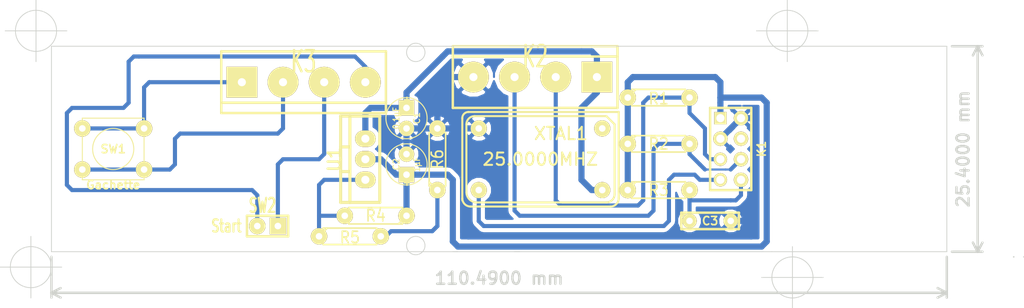
<source format=kicad_pcb>
(kicad_pcb (version 20211014) (generator pcbnew)
  (layers (0 "F.Cu" signal "Dessus.Cu") (31 "B.Cu" signal "Dessous.Cu") (34 "B.Paste" user) (35 "F.Paste" user) (36 "B.SilkS" user) (37 "F.SilkS" user) (38 "B.Mask" user) (39 "F.Mask" user) (44 "Edge.Cuts" user))
  (net 0 "")
  (net 1 "+3.3V")
  (net 2 "+5V")
  (net 3 "/SCL")
  (net 4 "/SDA")
  (net 5 "GND")
  (net 6 "N-000001")
  (net 7 "N-0000012")
  (net 8 "N-0000014")
  (net 9 "N-0000015")
  (net 10 "N-000003")
  (net 11 "N-000005")
  (net 12 "N-000006")
  (net 13 "N-000007")
  (net 14 "N-000008")
  (net 15 "N-000009")
  (footprint "R3" (layer "F.Cu") (at 116.84 69.215)
    (fp_text reference "R1" (at 0 0.127) (layer "F.SilkS") (effects (font (size 1.397 1.27) (thickness 0.2032))))
    (fp_text value "2,2k" hide)
    (fp_line (start -3.81 0) (end -3.302 0) (layer "F.SilkS") (width 0.2032))
    (fp_line (start -3.302 1.016) (end 3.302 1.016) (layer "F.SilkS") (width 0.2032))
    (fp_line (start 3.302 0) (end 3.302 -1.016) (layer "F.SilkS") (width 0.2032))
    (fp_line (start 3.81 0) (end 3.302 0) (layer "F.SilkS") (width 0.2032))
    (fp_line (start -3.302 -1.016) (end -3.302 1.016) (layer "F.SilkS") (width 0.2032))
    (fp_line (start 3.302 -1.016) (end -3.302 -1.016) (layer "F.SilkS") (width 0.2032))
    (fp_line (start -3.302 -0.508) (end -2.794 -1.016) (layer "F.SilkS") (width 0.2032))
    (fp_line (start 3.302 1.016) (end 3.302 0) (layer "F.SilkS") (width 0.2032))
    (pad "1" thru_hole circle locked (at -3.81 0) (size 2.032 2.032) (drill 0.8128) (layers *.Cu *.Mask "F.SilkS") (net 1 "+3.3V"))
    (pad "2" thru_hole circle locked (at 3.81 0) (size 2.032 2.032) (drill 0.8128) (layers *.Cu *.Mask "F.SilkS") (net 3 "/SCL"))
  )
  (footprint "R3" (layer "F.Cu") (at 116.84 74.93)
    (fp_text reference "R2" (at 0 0) (layer "F.SilkS") (effects (font (size 1.397 1.27) (thickness 0.2032))))
    (fp_text value "2,2k" hide)
    (fp_line (start 3.81 0) (end 3.302 0) (layer "F.SilkS") (width 0.2032))
    (fp_line (start -3.302 -1.016) (end -3.302 1.016) (layer "F.SilkS") (width 0.2032))
    (fp_line (start 3.302 -1.016) (end -3.302 -1.016) (layer "F.SilkS") (width 0.2032))
    (fp_line (start 3.302 1.016) (end 3.302 0) (layer "F.SilkS") (width 0.2032))
    (fp_line (start -3.302 -0.508) (end -2.794 -1.016) (layer "F.SilkS") (width 0.2032))
    (fp_line (start -3.302 1.016) (end 3.302 1.016) (layer "F.SilkS") (width 0.2032))
    (fp_line (start -3.81 0) (end -3.302 0) (layer "F.SilkS") (width 0.2032))
    (fp_line (start 3.302 0) (end 3.302 -1.016) (layer "F.SilkS") (width 0.2032))
    (pad "1" thru_hole circle locked (at -3.81 0) (size 2.032 2.032) (drill 0.8128) (layers *.Cu *.Mask "F.SilkS") (net 1 "+3.3V"))
    (pad "2" thru_hole circle locked (at 3.81 0) (size 2.032 2.032) (drill 0.8128) (layers *.Cu *.Mask "F.SilkS") (net 4 "/SDA"))
  )
  (footprint "R3" (layer "F.Cu") (at 116.84 80.645)
    (fp_text reference "R3" (at 0 0) (layer "F.SilkS") (effects (font (size 1.397 1.27) (thickness 0.2032))))
    (fp_text value "22k" hide)
    (fp_line (start 3.81 0) (end 3.302 0) (layer "F.SilkS") (width 0.2032))
    (fp_line (start 3.302 -1.016) (end -3.302 -1.016) (layer "F.SilkS") (width 0.2032))
    (fp_line (start -3.81 0) (end -3.302 0) (layer "F.SilkS") (width 0.2032))
    (fp_line (start -3.302 -1.016) (end -3.302 1.016) (layer "F.SilkS") (width 0.2032))
    (fp_line (start -3.302 -0.508) (end -2.794 -1.016) (layer "F.SilkS") (width 0.2032))
    (fp_line (start 3.302 1.016) (end 3.302 0) (layer "F.SilkS") (width 0.2032))
    (fp_line (start -3.302 1.016) (end 3.302 1.016) (layer "F.SilkS") (width 0.2032))
    (fp_line (start 3.302 0) (end 3.302 -1.016) (layer "F.SilkS") (width 0.2032))
    (pad "1" thru_hole circle locked (at -3.81 0) (size 2.032 2.032) (drill 0.8128) (layers *.Cu *.Mask "F.SilkS") (net 1 "+3.3V"))
    (pad "2" thru_hole circle locked (at 3.81 0) (size 2.032 2.032) (drill 0.8128) (layers *.Cu *.Mask "F.SilkS") (net 6 "N-000001"))
  )
  (footprint "R3" (layer "F.Cu") (at 81.915 83.82 180)
    (fp_text reference "R4" (at 0 0 180) (layer "F.SilkS") (effects (font (size 1.397 1.27) (thickness 0.2032))))
    (fp_text value "240" hide)
    (fp_line (start 3.302 0) (end 3.302 -1.016) (layer "F.SilkS") (width 0.2032))
    (fp_line (start -3.81 0) (end -3.302 0) (layer "F.SilkS") (width 0.2032))
    (fp_line (start -3.302 -1.016) (end -3.302 1.016) (layer "F.SilkS") (width 0.2032))
    (fp_line (start 3.81 0) (end 3.302 0) (layer "F.SilkS") (width 0.2032))
    (fp_line (start 3.302 -1.016) (end -3.302 -1.016) (layer "F.SilkS") (width 0.2032))
    (fp_line (start -3.302 -0.508) (end -2.794 -1.016) (layer "F.SilkS") (width 0.2032))
    (fp_line (start 3.302 1.016) (end 3.302 0) (layer "F.SilkS") (width 0.2032))
    (fp_line (start -3.302 1.016) (end 3.302 1.016) (layer "F.SilkS") (width 0.2032))
    (pad "1" thru_hole circle locked (at -3.81 0 180) (size 2.032 2.032) (drill 0.8128) (layers *.Cu *.Mask "F.SilkS") (net 1 "+3.3V"))
    (pad "2" thru_hole circle locked (at 3.81 0 180) (size 2.032 2.032) (drill 0.8128) (layers *.Cu *.Mask "F.SilkS") (net 9 "N-0000015"))
  )
  (footprint "R3" (layer "F.Cu") (at 78.74 86.36)
    (fp_text reference "R5" (at 0 0.127) (layer "F.SilkS") (effects (font (size 1.397 1.27) (thickness 0.2032))))
    (fp_text value "300" hide)
    (fp_line (start -3.302 1.016) (end 3.302 1.016) (layer "F.SilkS") (width 0.2032))
    (fp_line (start -3.81 0) (end -3.302 0) (layer "F.SilkS") (width 0.2032))
    (fp_line (start 3.302 -1.016) (end -3.302 -1.016) (layer "F.SilkS") (width 0.2032))
    (fp_line (start 3.302 0) (end 3.302 -1.016) (layer "F.SilkS") (width 0.2032))
    (fp_line (start 3.302 1.016) (end 3.302 0) (layer "F.SilkS") (width 0.2032))
    (fp_line (start 3.81 0) (end 3.302 0) (layer "F.SilkS") (width 0.2032))
    (fp_line (start -3.302 -0.508) (end -2.794 -1.016) (layer "F.SilkS") (width 0.2032))
    (fp_line (start -3.302 -1.016) (end -3.302 1.016) (layer "F.SilkS") (width 0.2032))
    (pad "1" thru_hole circle locked (at -3.81 0) (size 2.032 2.032) (drill 0.8128) (layers *.Cu *.Mask "F.SilkS") (net 9 "N-0000015"))
    (pad "2" thru_hole circle locked (at 3.81 0) (size 2.032 2.032) (drill 0.8128) (layers *.Cu *.Mask "F.SilkS") (net 7 "N-0000012"))
  )
  (footprint "pin_array_4x2" (layer "F.Cu") (at 125.73 75.565 -90)
    (fp_text reference "K1" (at 0 -3.81 -90) (layer "F.SilkS") (effects (font (size 1.016 1.016) (thickness 0.2032))))
    (fp_text value "CONN_4X2" hide)
    (fp_line (start -5.08 2.54) (end -5.08 -2.54) (layer "F.SilkS") (width 0.3048))
    (fp_line (start 5.08 2.54) (end -5.08 2.54) (layer "F.SilkS") (width 0.3048))
    (fp_line (start 5.08 -2.54) (end 5.08 2.54) (layer "F.SilkS") (width 0.3048))
    (fp_line (start -5.08 -2.54) (end 5.08 -2.54) (layer "F.SilkS") (width 0.3048))
    (pad "1" thru_hole rect locked (at -3.81 1.27 270) (size 1.524 1.524) (drill 1.016) (layers *.Cu *.Mask "F.SilkS") (net 1 "+3.3V"))
    (pad "2" thru_hole circle locked (at -3.81 -1.27 270) (size 1.778 1.778) (drill 1.016) (layers *.Cu *.Mask "F.SilkS") (net 5 "GND"))
    (pad "3" thru_hole circle locked (at -1.27 1.27 270) (size 1.778 1.778) (drill 1.016) (layers *.Cu *.Mask "F.SilkS") (net 5 "GND"))
    (pad "4" thru_hole circle locked (at -1.27 -1.27 270) (size 1.778 1.778) (drill 1.016) (layers *.Cu *.Mask "F.SilkS") (net 8 "N-0000014"))
    (pad "5" thru_hole circle locked (at 1.27 1.27 270) (size 1.651 1.651) (drill 1.016) (layers *.Cu *.Mask "F.SilkS") (net 3 "/SCL"))
    (pad "6" thru_hole circle locked (at 1.27 -1.27 270) (size 1.778 1.778) (drill 1.016) (layers *.Cu *.Mask "F.SilkS") (net 4 "/SDA"))
    (pad "7" thru_hole circle locked (at 3.81 1.27 270) (size 1.651 1.651) (drill 1.016) (layers *.Cu *.Mask "F.SilkS") (net 11 "N-000005"))
    (pad "8" thru_hole circle locked (at 3.81 -1.27 270) (size 1.778 1.778) (drill 1.016) (layers *.Cu *.Mask "F.SilkS") (net 6 "N-000001"))
  )
  (footprint "C1V5" (layer "F.Cu") (at 85.725 71.755 -90)
    (fp_text reference "C1" (at 0 -1.27 -90) (layer "F.SilkS") (effects (font (size 0.762 0.762) (thickness 0.127))))
    (fp_text value "0,1µF" (at 0 1.27 -90) (layer "F.SilkS") (effects (font (size 0.762 0.635) (thickness 0.127))))
    (fp_text user "+" (at -2.286 0 -90) (layer "F.SilkS") (effects (font (size 0.762 0.762) (thickness 0.2032))))
    (fp_circle (center 0 0) (end 0.127 -2.54) (layer "F.SilkS") (width 0.127) (fill none))
    (pad "1" thru_hole rect locked (at -1.27 0 270) (size 1.905 1.905) (drill 0.8128) (layers *.Cu *.Mask "F.SilkS") (net 2 "+5V"))
    (pad "2" thru_hole circle locked (at 1.27 0 270) (size 1.905 1.905) (drill 0.8128) (layers *.Cu *.Mask "F.SilkS") (net 5 "GND"))
  )
  (footprint "C1V5" (layer "F.Cu") (at 85.725 77.47 90)
    (fp_text reference "C2" (at 0 -1.26746 90) (layer "F.SilkS") (effects (font (size 0.762 0.762) (thickness 0.127))))
    (fp_text value "1µF" (at 0 1.27 90) (layer "F.SilkS") (effects (font (size 0.762 0.635) (thickness 0.127))))
    (fp_text user "+" (at -2.286 0 90) (layer "F.SilkS") (effects (font (size 0.762 0.762) (thickness 0.2032))))
    (fp_circle (center 0 0) (end 0.127 -2.54) (layer "F.SilkS") (width 0.127) (fill none))
    (pad "1" thru_hole rect locked (at -1.27 0 90) (size 1.905 1.905) (drill 0.8128) (layers *.Cu *.Mask "F.SilkS") (net 1 "+3.3V"))
    (pad "2" thru_hole circle locked (at 1.27 0 90) (size 1.905 1.905) (drill 0.8128) (layers *.Cu *.Mask "F.SilkS") (net 5 "GND"))
  )
  (footprint "bornier4" (layer "F.Cu") (at 101.6 66.675 180)
    (fp_text reference "K2" (at 0 2.54 180) (layer "F.SilkS") (effects (font (size 2.6162 1.59766) (thickness 0.3048))))
    (fp_text value "CONN_4" hide)
    (fp_line (start 10.16 3.81) (end 10.16 -3.81) (layer "F.SilkS") (width 0.3048))
    (fp_line (start 10.16 2.54) (end -10.16 2.54) (layer "F.SilkS") (width 0.3048))
    (fp_line (start -10.16 -3.81) (end -10.16 3.81) (layer "F.SilkS") (width 0.3048))
    (fp_line (start -10.16 3.81) (end 10.16 3.81) (layer "F.SilkS") (width 0.3048))
    (fp_line (start -10.16 -3.81) (end 10.16 -3.81) (layer "F.SilkS") (width 0.3048))
    (pad "1" thru_hole rect locked (at -7.62 0 180) (size 3.81 3.81) (drill 1) (layers *.Cu *.Mask "F.SilkS") (net 2 "+5V"))
    (pad "2" thru_hole circle locked (at -2.54 0 180) (size 3.81 3.81) (drill 1) (layers *.Cu *.Mask "F.SilkS") (net 3 "/SCL"))
    (pad "3" thru_hole circle locked (at 2.54 0 180) (size 3.81 3.81) (drill 1) (layers *.Cu *.Mask "F.SilkS") (net 4 "/SDA"))
    (pad "4" thru_hole circle locked (at 7.62 0 180) (size 3.81 3.81) (drill 1) (layers *.Cu *.Mask "F.SilkS") (net 5 "GND"))
  )
  (footprint "TO-220_Neutral123_Vertical" (layer "F.Cu") (at 80.645 76.835 90)
    (fp_text reference "U1" (at 0 -3.81 90) (layer "F.SilkS") (effects (font (size 1.524 1.524) (thickness 0.3048))))
    (fp_text value "LM317T" hide)
    (fp_line (start -5.334 -1.905) (end -5.334 -3.048) (layer "F.SilkS") (width 0.381))
    (fp_line (start -5.334 1.778) (end -5.334 -1.905) (layer "F.SilkS") (width 0.381))
    (fp_line (start 5.334 1.778) (end -5.334 1.778) (layer "F.SilkS") (width 0.381))
    (fp_line (start 1.524 -3.048) (end 1.524 -1.905) (layer "F.SilkS") (width 0.381))
    (fp_line (start 0 -3.048) (end 5.334 -3.048) (layer "F.SilkS") (width 0.381))
    (fp_line (start 5.334 -3.048) (end 5.334 -1.905) (layer "F.SilkS") (width 0.381))
    (fp_line (start -1.524 -3.048) (end -1.524 -1.905) (layer "F.SilkS") (width 0.381))
    (fp_line (start 5.334 -1.905) (end 5.334 1.778) (layer "F.SilkS") (width 0.381))
    (fp_line (start 5.334 -1.905) (end -5.334 -1.905) (layer "F.SilkS") (width 0.381))
    (fp_line (start 0 -3.048) (end -5.334 -3.048) (layer "F.SilkS") (width 0.381))
    (pad "1" thru_hole oval locked (at -2.54 0 180) (size 2.54 2.032) (drill 1.00076) (layers *.Cu *.Mask "F.SilkS") (net 9 "N-0000015"))
    (pad "2" thru_hole oval locked (at 0 0 180) (size 2.54 2.032) (drill 1.00076) (layers *.Cu *.Mask "F.SilkS") (net 1 "+3.3V"))
    (pad "3" thru_hole oval locked (at 2.54 0 180) (size 2.54 2.032) (drill 1.00076) (layers *.Cu *.Mask "F.SilkS") (net 2 "+5V"))
  )
  (footprint "SW_PUSH_SMALL" (layer "F.Cu") (at 49.53 75.565)
    (fp_text reference "SW1" (at 0 0) (layer "F.SilkS") (effects (font (size 1.016 1.016) (thickness 0.2032))))
    (fp_text value "Gachette" (at 0 4.445) (layer "F.SilkS") (effects (font (size 1.016 1.016) (thickness 0.2032))))
    (fp_line (start 3.81 -3.81) (end 3.81 3.81) (layer "F.SilkS") (width 0.127))
    (fp_line (start -3.81 -3.81) (end 3.81 -3.81) (layer "F.SilkS") (width 0.127))
    (fp_line (start -3.81 -3.81) (end -3.81 3.81) (layer "F.SilkS") (width 0.127))
    (fp_line (start 3.81 3.81) (end -3.81 3.81) (layer "F.SilkS") (width 0.127))
    (fp_circle (center 0 0) (end 0 -2.54) (layer "F.SilkS") (width 0.127) (fill none))
    (pad "1" thru_hole circle locked (at -3.81 -2.54) (size 2.032 2.032) (drill 0.8128) (layers *.Cu *.Mask "F.SilkS") (net 13 "N-000007"))
    (pad "1" thru_hole circle locked (at 3.81 -2.54) (size 2.032 2.032) (drill 0.8128) (layers *.Cu *.Mask "F.SilkS") (net 13 "N-000007"))
    (pad "2" thru_hole circle locked (at -3.81 2.54) (size 2.032 2.032) (drill 0.8128) (layers *.Cu *.Mask "F.SilkS") (net 14 "N-000008"))
    (pad "2" thru_hole circle locked (at 3.81 2.54) (size 2.032 2.032) (drill 0.8128) (layers *.Cu *.Mask "F.SilkS") (net 14 "N-000008"))
  )
  (footprint "SIL-2" (layer "F.Cu") (at 68.58 85.09 180)
    (fp_text reference "SW2" (at 0.635 2.54 180) (layer "F.SilkS") (effects (font (size 1.72974 1.08712) (thickness 0.3048))))
    (fp_text value "Start" (at 5.08 0 180) (layer "F.SilkS") (effects (font (size 1.524 1.016) (thickness 0.254))))
    (fp_line (start 2.54 1.27) (end -2.54 1.27) (layer "F.SilkS") (width 0.3048))
    (fp_line (start -2.54 1.27) (end -2.54 -1.27) (layer "F.SilkS") (width 0.3048))
    (fp_line (start 2.54 -1.27) (end 2.54 1.27) (layer "F.SilkS") (width 0.3048))
    (fp_line (start -2.54 -1.27) (end 2.54 -1.27) (layer "F.SilkS") (width 0.3048))
    (pad "1" thru_hole rect locked (at -1.27 0 180) (size 2.032 2.032) (drill 0.8128) (layers *.Cu *.Mask "F.SilkS") (net 15 "N-000009"))
    (pad "2" thru_hole circle locked (at 1.27 0 180) (size 2.032 2.032) (drill 0.8128) (layers *.Cu *.Mask "F.SilkS") (net 12 "N-000006"))
  )
  (footprint "R3" (layer "F.Cu") (at 89.535 76.835 90)
    (fp_text reference "R6" (at 0 0 90) (layer "F.SilkS") (effects (font (size 1.397 1.27) (thickness 0.2032))))
    (fp_text value "100" hide)
    (fp_line (start 3.302 -1.016) (end -3.302 -1.016) (layer "F.SilkS") (width 0.2032))
    (fp_line (start -3.81 0) (end -3.302 0) (layer "F.SilkS") (width 0.2032))
    (fp_line (start -3.302 1.016) (end 3.302 1.016) (layer "F.SilkS") (width 0.2032))
    (fp_line (start -3.302 -1.016) (end -3.302 1.016) (layer "F.SilkS") (width 0.2032))
    (fp_line (start 3.302 0) (end 3.302 -1.016) (layer "F.SilkS") (width 0.2032))
    (fp_line (start 3.302 1.016) (end 3.302 0) (layer "F.SilkS") (width 0.2032))
    (fp_line (start 3.81 0) (end 3.302 0) (layer "F.SilkS") (width 0.2032))
    (fp_line (start -3.302 -0.508) (end -2.794 -1.016) (layer "F.SilkS") (width 0.2032))
    (pad "1" thru_hole circle locked (at -3.81 0 90) (size 2.032 2.032) (drill 0.8128) (layers *.Cu *.Mask "F.SilkS") (net 7 "N-0000012"))
    (pad "2" thru_hole circle locked (at 3.81 0 90) (size 2.032 2.032) (drill 0.8128) (layers *.Cu *.Mask "F.SilkS") (net 5 "GND"))
  )
  (footprint "bornier4" (layer "F.Cu") (at 73.025 67.31)
    (fp_text reference "K3" (at 0 -2.54) (layer "F.SilkS") (effects (font (size 2.6162 1.59766) (thickness 0.3048))))
    (fp_text value "CONN_4" hide)
    (fp_line (start 10.16 3.81) (end 10.16 -3.81) (layer "F.SilkS") (width 0.3048))
    (fp_line (start -10.16 -3.81) (end 10.16 -3.81) (layer "F.SilkS") (width 0.3048))
    (fp_line (start -10.16 -3.81) (end -10.16 3.81) (layer "F.SilkS") (width 0.3048))
    (fp_line (start -10.16 3.81) (end 10.16 3.81) (layer "F.SilkS") (width 0.3048))
    (fp_line (start 10.16 2.54) (end -10.16 2.54) (layer "F.SilkS") (width 0.3048))
    (pad "1" thru_hole rect locked (at -7.62 0) (size 3.81 3.81) (drill 1) (layers *.Cu *.Mask "F.SilkS") (net 13 "N-000007"))
    (pad "2" thru_hole circle locked (at -2.54 0) (size 3.81 3.81) (drill 1) (layers *.Cu *.Mask "F.SilkS") (net 14 "N-000008"))
    (pad "3" thru_hole circle locked (at 2.54 0) (size 3.81 3.81) (drill 1) (layers *.Cu *.Mask "F.SilkS") (net 15 "N-000009"))
    (pad "4" thru_hole circle locked (at 7.62 0) (size 3.81 3.81) (drill 1) (layers *.Cu *.Mask "F.SilkS") (net 12 "N-000006"))
  )
  (footprint "XO-14S" (layer "F.Cu") (at 102.235 76.835 180)
    (fp_text reference "XTAL1" (at -2.54 3.175 180) (layer "F.SilkS") (effects (font (size 1.524 1.524) (thickness 0.24892))))
    (fp_text value "25.0000MHZ" (at 0 0 180) (layer "F.SilkS") (effects (font (size 1.524 1.524) (thickness 0.24892))))
    (fp_line (start -8.1534 5.334) (end -9.1694 4.318) (layer "F.SilkS") (width 0.254))
    (fp_line (start 9.6266 -5.08) (end 9.6266 5.08) (layer "F.SilkS") (width 0.254))
    (fp_line (start -9.1694 4.318) (end -9.1694 -4.318) (layer "F.SilkS") (width 0.254))
    (fp_line (start -8.1534 -5.334) (end 8.1026 -5.334) (layer "F.SilkS") (width 0.254))
    (fp_line (start 8.8646 5.842) (end -9.6774 5.842) (layer "F.SilkS") (width 0.254))
    (fp_line (start -9.6774 5.842) (end -9.6774 -4.826) (layer "F.SilkS") (width 0.254))
    (fp_line (start 9.1186 -4.064) (end 9.1186 4.318) (layer "F.SilkS") (width 0.254))
    (fp_line (start -8.1534 5.334) (end 8.1026 5.334) (layer "F.SilkS") (width 0.254))
    (fp_line (start -8.6614 -5.842) (end 8.6106 -5.842) (layer "F.SilkS") (width 0.254))
    (fp_arc (start 7.8486 -5.334) (mid 8.746626 -4.962026) (end 9.1186 -4.064) (layer "F.SilkS") (width 0.254))
    (fp_arc (start -9.1694 -4.318) (mid -8.87182 -5.03642) (end -8.1534 -5.334) (layer "F.SilkS") (width 0.254))
    (fp_arc (start 9.1186 4.318) (mid 8.82102 5.03642) (end 8.1026 5.334) (layer "F.SilkS") (width 0.254))
    (fp_arc (start 8.6106 -5.842) (mid 9.32902 -5.54442) (end 9.6266 -4.826) (layer "F.SilkS") (width 0.254))
    (fp_arc (start 9.6266 5.08) (mid 9.403415 5.618815) (end 8.8646 5.842) (layer "F.SilkS") (width 0.254))
    (fp_arc (start -9.6774 -4.826) (mid -9.37982 -5.54442) (end -8.6614 -5.842) (layer "F.SilkS") (width 0.254))
    (pad "1" thru_hole circle locked (at -7.6454 3.81) (size 1.99898 1.99898) (drill 0.8128) (layers *.Cu *.Mask "F.SilkS") (net 10 "N-000003"))
    (pad "7" thru_hole circle locked (at 7.5946 3.81) (size 1.99898 1.99898) (drill 0.8128) (layers *.Cu *.Mask "F.SilkS") (net 5 "GND"))
    (pad "8" thru_hole circle locked (at 7.5946 -3.81) (size 1.99898 1.99898) (drill 0.8128) (layers *.Cu *.Mask "F.SilkS") (net 11 "N-000005"))
    (pad "14" thru_hole circle locked (at -7.6454 -3.81) (size 1.99898 1.99898) (drill 0.8128) (layers *.Cu *.Mask "F.SilkS") (net 2 "+5V"))
  )
  (footprint "C2" (layer "F.Cu") (at 123.19 84.455)
    (fp_text reference "C3" (at 0 0 180) (layer "F.SilkS") (effects (font (size 1.016 1.016) (thickness 0.2032))))
    (fp_text value "100nF" hide)
    (fp_line (start 3.556 -1.016) (end 3.556 1.016) (layer "F.SilkS") (width 0.3048))
    (fp_line (start -3.556 1.016) (end -3.556 -1.016) (layer "F.SilkS") (width 0.3048))
    (fp_line (start -3.556 -1.016) (end 3.556 -1.016) (layer "F.SilkS") (width 0.3048))
    (fp_line (start 3.556 1.016) (end -3.556 1.016) (layer "F.SilkS") (width 0.3048))
    (fp_line (start -3.556 -0.508) (end -3.048 -1.016) (layer "F.SilkS") (width 0.3048))
    (pad "1" thru_hole circle locked (at -2.54 0) (size 1.778 1.778) (drill 0.8128) (layers *.Cu *.Mask "F.SilkS") (net 6 "N-000001"))
    (pad "2" thru_hole circle locked (at 2.54 0) (size 1.778 1.778) (drill 0.8128) (layers *.Cu *.Mask "F.SilkS") (net 5 "GND"))
  )
  (gr_circle (center 86.868 63.627) (end 86.36 64.643) (layer "Edge.Cuts") (width 0.1) (fill none))
  (gr_line (start 130.81 88.265) (end 99.06 88.265) (layer "Edge.Cuts") (width 0.1))
  (gr_line (start 130.81 62.865) (end 98.425 62.865) (layer "Edge.Cuts") (width 0.1))
  (gr_line (start 152.4 88.265) (end 152.4 62.865) (layer "Edge.Cuts") (width 0.1))
  (gr_line (start 41.91 62.865) (end 100.33 62.865) (layer "Edge.Cuts") (width 0.1))
  (gr_line (start 41.91 88.265) (end 92.075 88.265) (layer "Edge.Cuts") (width 0.1))
  (gr_line (start 41.91 88.265) (end 41.91 62.865) (layer "Edge.Cuts") (width 0.1))
  (gr_line (start 152.4 62.865) (end 130.81 62.865) (layer "Edge.Cuts") (width 0.1))
  (gr_circle (center 86.868 87.503) (end 86.36 88.519) (layer "Edge.Cuts") (width 0.1) (fill none))
  (gr_line (start 91.44 88.265) (end 99.695 88.265) (layer "Edge.Cuts") (width 0.1))
  (gr_line (start 130.81 88.265) (end 152.4 88.265) (layer "Edge.Cuts") (width 0.1))
  (dimension (type aligned) (layer "Edge.Cuts") (pts (xy 152.4 88.9) (xy 41.91 88.9)) (height -4.445) (gr_text "110.4900 mm" (at 97.155 91.545) (layer "Edge.Cuts") (effects (font (size 1.5 1.5) (thickness 0.3)))) (format (units 2) (units_format 1) (precision 4)) (style (thickness 0.3) (arrow_length 1.27) (text_position_mode 0) (extension_height 0.58642) (extension_offset 0) keep_text_aligned))
  (dimension (type aligned) (layer "Edge.Cuts") (pts (xy 153.035 62.865) (xy 153.035 88.265)) (height -3.175) (gr_text "25.4000 mm" (at 154.41 75.565 90) (layer "Edge.Cuts") (effects (font (size 1.5 1.5) (thickness 0.3)))) (format (units 2) (units_format 1) (precision 4)) (style (thickness 0.3) (arrow_length 1.27) (text_position_mode 0) (extension_height 0.58642) (extension_offset 0) keep_text_aligned))
  (target plus (at 40.005 60.96) (size 7.62) (width 0.1) (layer "Edge.Cuts"))
  (target plus (at 132.715 60.96) (size 7.62) (width 0.1) (layer "Edge.Cuts"))
  (target plus (at 39.37 90.17) (size 7.62) (width 0.1) (layer "Edge.Cuts"))
  (target plus (at 161.925 88.9) (size 0.005) (width 0.1) (layer "Edge.Cuts"))
  (target plus (at 160.655 88.9) (size 0.005) (width 0.1) (layer "Edge.Cuts"))
  (target plus (at 133.35 91.44) (size 7.62) (width 0.1016) (layer "Edge.Cuts"))
  (segment (start 84.455 78.74) (end 82.55 76.835) (width 0.762) (layer "B.Cu") (net 1))
  (segment (start 82.55 76.835) (end 80.645 76.835) (width 0.762) (layer "B.Cu") (net 1))
  (segment (start 123.825 66.675) (end 113.665 66.675) (width 0.762) (layer "B.Cu") (net 1))
  (segment (start 113.665 66.675) (end 113.03 67.31) (width 0.762) (layer "B.Cu") (net 1))
  (segment (start 113.03 67.31) (end 113.03 69.215) (width 0.762) (layer "B.Cu") (net 1))
  (segment (start 124.46 67.31) (end 123.825 66.675) (width 0.762) (layer "B.Cu") (net 1))
  (segment (start 124.46 69.85) (end 124.46 69.215) (width 0.762) (layer "B.Cu") (net 1))
  (segment (start 124.46 69.215) (end 124.46 67.31) (width 0.762) (layer "B.Cu") (net 1))
  (segment (start 129.54 69.215) (end 130.175 69.85) (width 0.762) (layer "B.Cu") (net 1))
  (segment (start 130.175 69.85) (end 130.175 86.995) (width 0.762) (layer "B.Cu") (net 1))
  (segment (start 130.175 86.995) (end 129.54 87.63) (width 0.762) (layer "B.Cu") (net 1))
  (segment (start 129.54 87.63) (end 92.075 87.63) (width 0.762) (layer "B.Cu") (net 1))
  (segment (start 92.075 87.63) (end 91.44 86.995) (width 0.762) (layer "B.Cu") (net 1))
  (segment (start 91.44 86.995) (end 91.44 79.375) (width 0.762) (layer "B.Cu") (net 1))
  (segment (start 91.44 79.375) (end 90.805 78.74) (width 0.762) (layer "B.Cu") (net 1))
  (segment (start 90.805 78.74) (end 85.725 78.74) (width 0.762) (layer "B.Cu") (net 1))
  (segment (start 124.46 69.215) (end 129.54 69.215) (width 0.762) (layer "B.Cu") (net 1))
  (segment (start 85.725 78.74) (end 84.455 78.74) (width 0.762) (layer "B.Cu") (net 1))
  (segment (start 85.725 78.74) (end 85.725 83.82) (width 0.762) (layer "B.Cu") (net 1))
  (segment (start 113.03 74.93) (end 113.03 69.215) (width 0.762) (layer "B.Cu") (net 1))
  (segment (start 124.46 71.755) (end 124.46 69.85) (width 0.762) (layer "B.Cu") (net 1))
  (segment (start 80.645 76.835) (end 80.645 76.835) (width 0.762) (layer "B.Cu") (net 1))
  (segment (start 113.03 80.645) (end 113.03 74.93) (width 0.762) (layer "B.Cu") (net 1))
  (segment (start 80.645 74.295) (end 80.645 74.295) (width 0.762) (layer "B.Cu") (net 2))
  (segment (start 85.725 68.58) (end 90.17 64.135) (width 0.762) (layer "B.Cu") (net 2))
  (segment (start 80.645 71.12) (end 81.28 70.485) (width 0.762) (layer "B.Cu") (net 2))
  (segment (start 81.28 70.485) (end 83.185 70.485) (width 0.762) (layer "B.Cu") (net 2))
  (segment (start 109.22 67.945) (end 109.22 66.675) (width 0.762) (layer "B.Cu") (net 2))
  (segment (start 107.315 63.5) (end 90.805 63.5) (width 0.762) (layer "B.Cu") (net 2))
  (segment (start 90.805 63.5) (end 90.17 64.135) (width 0.762) (layer "B.Cu") (net 2))
  (segment (start 108.585 80.645) (end 107.315 79.375) (width 0.762) (layer "B.Cu") (net 2))
  (segment (start 109.22 68.58) (end 107.315 70.485) (width 0.762) (layer "B.Cu") (net 2))
  (segment (start 107.315 70.485) (end 107.315 79.375) (width 0.762) (layer "B.Cu") (net 2))
  (segment (start 108.585 63.5) (end 109.22 64.135) (width 0.762) (layer "B.Cu") (net 2))
  (segment (start 109.22 64.135) (end 109.22 66.675) (width 0.762) (layer "B.Cu") (net 2))
  (segment (start 107.315 63.5) (end 108.585 63.5) (width 0.762) (layer "B.Cu") (net 2))
  (segment (start 109.22 66.675) (end 109.22 68.58) (width 0.762) (layer "B.Cu") (net 2))
  (segment (start 109.8804 80.645) (end 108.585 80.645) (width 0.762) (layer "B.Cu") (net 2))
  (segment (start 85.725 70.485) (end 83.185 70.485) (width 0.762) (layer "B.Cu") (net 2))
  (segment (start 85.725 70.485) (end 85.725 68.58) (width 0.762) (layer "B.Cu") (net 2))
  (segment (start 80.645 74.295) (end 80.645 71.12) (width 0.762) (layer "B.Cu") (net 2))
  (segment (start 109.22 66.675) (end 109.22 67.945) (width 0.762) (layer "B.Cu") (net 2))
  (segment (start 114.935 70.485) (end 114.935 81.915) (width 0.508) (layer "B.Cu") (net 3))
  (segment (start 114.935 81.915) (end 114.3 82.55) (width 0.508) (layer "B.Cu") (net 3))
  (segment (start 123.19 76.835) (end 122.555 76.2) (width 0.508) (layer "B.Cu") (net 3))
  (segment (start 122.555 76.2) (end 122.555 73.025) (width 0.508) (layer "B.Cu") (net 3))
  (segment (start 120.65 71.12) (end 122.555 73.025) (width 0.508) (layer "B.Cu") (net 3))
  (segment (start 115.57 69.215) (end 114.935 69.85) (width 0.508) (layer "B.Cu") (net 3))
  (segment (start 114.935 69.85) (end 114.935 70.485) (width 0.508) (layer "B.Cu") (net 3))
  (segment (start 104.14 81.915) (end 104.775 82.55) (width 0.508) (layer "B.Cu") (net 3))
  (segment (start 104.775 82.55) (end 114.3 82.55) (width 0.508) (layer "B.Cu") (net 3))
  (segment (start 104.14 66.675) (end 104.14 81.915) (width 0.508) (layer "B.Cu") (net 3))
  (segment (start 120.65 69.215) (end 116.205 69.215) (width 0.508) (layer "B.Cu") (net 3))
  (segment (start 116.205 69.215) (end 115.57 69.215) (width 0.508) (layer "B.Cu") (net 3))
  (segment (start 120.65 69.215) (end 120.65 71.12) (width 0.508) (layer "B.Cu") (net 3))
  (segment (start 124.46 76.835) (end 123.19 76.835) (width 0.508) (layer "B.Cu") (net 3))
  (segment (start 125.095 78.105) (end 122.555 78.105) (width 0.254) (layer "B.Cu") (net 4))
  (segment (start 121.92 77.47) (end 120.65 76.2) (width 0.508) (layer "B.Cu") (net 4))
  (segment (start 120.65 76.2) (end 120.65 74.93) (width 0.508) (layer "B.Cu") (net 4))
  (segment (start 116.84 74.93) (end 116.205 75.565) (width 0.508) (layer "B.Cu") (net 4))
  (segment (start 116.205 75.565) (end 116.205 83.185) (width 0.508) (layer "B.Cu") (net 4))
  (segment (start 115.57 83.82) (end 99.695 83.82) (width 0.508) (layer "B.Cu") (net 4))
  (segment (start 99.06 83.185) (end 99.695 83.82) (width 0.508) (layer "B.Cu") (net 4))
  (segment (start 125.73 78.105) (end 125.095 78.105) (width 0.254) (layer "B.Cu") (net 4))
  (segment (start 122.555 78.105) (end 121.92 77.47) (width 0.508) (layer "B.Cu") (net 4))
  (segment (start 99.06 66.675) (end 99.06 83.185) (width 0.508) (layer "B.Cu") (net 4))
  (segment (start 120.65 74.93) (end 116.84 74.93) (width 0.508) (layer "B.Cu") (net 4))
  (segment (start 127 76.835) (end 125.73 78.105) (width 0.508) (layer "B.Cu") (net 4))
  (segment (start 115.57 83.82) (end 116.205 83.185) (width 0.508) (layer "B.Cu") (net 4))
  (segment (start 89.535 73.025) (end 89.535 73.025) (width 0.762) (layer "B.Cu") (net 5))
  (segment (start 89.535 73.025) (end 85.725 73.025) (width 0.762) (layer "B.Cu") (net 5))
  (segment (start 89.535 69.215) (end 89.535 71.755) (width 0.762) (layer "B.Cu") (net 5))
  (segment (start 89.535 71.755) (end 89.535 73.025) (width 0.762) (layer "B.Cu") (net 5))
  (segment (start 93.345 86.36) (end 92.71 85.725) (width 0.762) (layer "B.Cu") (net 5))
  (segment (start 92.71 73.025) (end 89.535 73.025) (width 0.762) (layer "B.Cu") (net 5))
  (segment (start 90.17 66.675) (end 89.535 67.31) (width 0.762) (layer "B.Cu") (net 5))
  (segment (start 89.535 67.31) (end 89.535 67.945) (width 0.762) (layer "B.Cu") (net 5))
  (segment (start 128.27 71.755) (end 127 71.755) (width 0.762) (layer "B.Cu") (net 5))
  (segment (start 128.905 72.39) (end 128.905 83.82) (width 0.762) (layer "B.Cu") (net 5))
  (segment (start 128.905 84.455) (end 128.905 83.82) (width 0.762) (layer "B.Cu") (net 5))
  (segment (start 128.905 85.725) (end 128.27 86.36) (width 0.762) (layer "B.Cu") (net 5))
  (segment (start 128.27 86.36) (end 93.345 86.36) (width 0.762) (layer "B.Cu") (net 5))
  (segment (start 125.73 84.455) (end 128.905 84.455) (width 0.762) (layer "B.Cu") (net 5))
  (segment (start 128.905 84.455) (end 128.905 85.725) (width 0.762) (layer "B.Cu") (net 5))
  (segment (start 94.6404 73.025) (end 92.71 73.025) (width 0.762) (layer "B.Cu") (net 5))
  (segment (start 89.535 69.215) (end 89.535 67.945) (width 0.762) (layer "B.Cu") (net 5))
  (segment (start 124.46 74.295) (end 127 71.755) (width 0.762) (layer "B.Cu") (net 5))
  (segment (start 128.905 72.39) (end 128.27 71.755) (width 0.762) (layer "B.Cu") (net 5))
  (segment (start 92.71 85.725) (end 92.71 73.66) (width 0.762) (layer "B.Cu") (net 5))
  (segment (start 93.98 66.675) (end 90.17 66.675) (width 0.762) (layer "B.Cu") (net 5))
  (segment (start 85.725 73.025) (end 85.725 76.2) (width 0.762) (layer "B.Cu") (net 5))
  (segment (start 92.71 73.025) (end 92.71 73.66) (width 0.762) (layer "B.Cu") (net 5))
  (segment (start 120.65 81.28) (end 120.65 81.915) (width 0.508) (layer "B.Cu") (net 6))
  (segment (start 127 81.28) (end 126.365 81.915) (width 0.508) (layer "B.Cu") (net 6))
  (segment (start 126.365 81.915) (end 125.73 81.915) (width 0.508) (layer "B.Cu") (net 6))
  (segment (start 120.65 81.915) (end 120.65 84.455) (width 0.508) (layer "B.Cu") (net 6))
  (segment (start 127 79.375) (end 127 81.28) (width 0.508) (layer "B.Cu") (net 6))
  (segment (start 125.73 81.915) (end 120.65 81.915) (width 0.508) (layer "B.Cu") (net 6))
  (segment (start 120.65 80.645) (end 120.65 81.28) (width 0.508) (layer "B.Cu") (net 6))
  (segment (start 89.535 85.09) (end 88.9 85.725) (width 0.508) (layer "B.Cu") (net 7))
  (segment (start 83.185 86.36) (end 83.82 85.725) (width 0.508) (layer "B.Cu") (net 7))
  (segment (start 83.82 85.725) (end 88.9 85.725) (width 0.508) (layer "B.Cu") (net 7))
  (segment (start 88.9 85.725) (end 89.535 85.09) (width 0.508) (layer "B.Cu") (net 7))
  (segment (start 89.535 81.28) (end 89.535 85.09) (width 0.508) (layer "B.Cu") (net 7))
  (segment (start 82.55 86.36) (end 83.185 86.36) (width 0.508) (layer "B.Cu") (net 7))
  (segment (start 74.93 80.01) (end 75.565 79.375) (width 0.508) (layer "B.Cu") (net 9))
  (segment (start 75.565 79.375) (end 80.645 79.375) (width 0.508) (layer "B.Cu") (net 9))
  (segment (start 74.93 83.82) (end 74.93 80.01) (width 0.508) (layer "B.Cu") (net 9))
  (segment (start 74.93 86.36) (end 74.93 83.82) (width 0.508) (layer "B.Cu") (net 9))
  (segment (start 78.105 83.82) (end 74.93 83.82) (width 0.508) (layer "B.Cu") (net 9))
  (segment (start 94.6404 84.4804) (end 95.25 85.09) (width 0.508) (layer "B.Cu") (net 11))
  (segment (start 121.285 78.74) (end 119.38 78.74) (width 0.508) (layer "B.Cu") (net 11))
  (segment (start 118.745 78.74) (end 118.11 79.375) (width 0.508) (layer "B.Cu") (net 11))
  (segment (start 118.11 79.375) (end 118.11 84.455) (width 0.508) (layer "B.Cu") (net 11))
  (segment (start 118.11 84.455) (end 117.475 85.09) (width 0.508) (layer "B.Cu") (net 11))
  (segment (start 121.92 79.375) (end 121.285 78.74) (width 0.508) (layer "B.Cu") (net 11))
  (segment (start 124.46 79.375) (end 121.92 79.375) (width 0.508) (layer "B.Cu") (net 11))
  (segment (start 119.38 78.74) (end 118.745 78.74) (width 0.508) (layer "B.Cu") (net 11))
  (segment (start 95.25 85.09) (end 117.475 85.09) (width 0.508) (layer "B.Cu") (net 11))
  (segment (start 94.6404 80.645) (end 94.6404 84.4804) (width 0.508) (layer "B.Cu") (net 11))
  (segment (start 80.645 66.04) (end 80.645 65.405) (width 0.508) (layer "B.Cu") (net 12))
  (segment (start 80.645 65.405) (end 79.375 64.135) (width 0.508) (layer "B.Cu") (net 12))
  (segment (start 79.375 64.135) (end 52.705 64.135) (width 0.508) (layer "B.Cu") (net 12))
  (segment (start 44.45 80.645) (end 66.675 80.645) (width 0.508) (layer "B.Cu") (net 12))
  (segment (start 66.675 80.645) (end 67.31 81.28) (width 0.508) (layer "B.Cu") (net 12))
  (segment (start 67.31 81.28) (end 67.31 85.09) (width 0.508) (layer "B.Cu") (net 12))
  (segment (start 43.815 71.12) (end 43.815 80.01) (width 0.508) (layer "B.Cu") (net 12))
  (segment (start 44.45 70.485) (end 50.8 70.485) (width 0.508) (layer "B.Cu") (net 12))
  (segment (start 50.8 70.485) (end 51.435 69.85) (width 0.508) (layer "B.Cu") (net 12))
  (segment (start 51.435 69.85) (end 51.435 64.77) (width 0.508) (layer "B.Cu") (net 12))
  (segment (start 51.435 64.77) (end 52.07 64.135) (width 0.508) (layer "B.Cu") (net 12))
  (segment (start 52.07 64.135) (end 52.705 64.135) (width 0.508) (layer "B.Cu") (net 12))
  (segment (start 43.815 71.12) (end 44.45 70.485) (width 0.508) (layer "B.Cu") (net 12))
  (segment (start 43.815 80.01) (end 44.45 80.645) (width 0.508) (layer "B.Cu") (net 12))
  (segment (start 80.645 66.04) (end 80.645 67.31) (width 0.508) (layer "B.Cu") (net 12))
  (segment (start 53.975 67.31) (end 53.34 67.945) (width 0.508) (layer "B.Cu") (net 13))
  (segment (start 53.34 67.945) (end 53.34 73.025) (width 0.508) (layer "B.Cu") (net 13))
  (segment (start 65.405 67.31) (end 53.975 67.31) (width 0.508) (layer "B.Cu") (net 13))
  (segment (start 45.72 73.025) (end 53.34 73.025) (width 0.508) (layer "B.Cu") (net 13))
  (segment (start 57.15 77.47) (end 56.515 78.105) (width 0.508) (layer "B.Cu") (net 14))
  (segment (start 56.515 78.105) (end 53.34 78.105) (width 0.508) (layer "B.Cu") (net 14))
  (segment (start 70.485 73.025) (end 69.85 73.66) (width 0.508) (layer "B.Cu") (net 14))
  (segment (start 69.85 73.66) (end 57.785 73.66) (width 0.508) (layer "B.Cu") (net 14))
  (segment (start 57.785 73.66) (end 57.15 74.295) (width 0.508) (layer "B.Cu") (net 14))
  (segment (start 57.15 74.295) (end 57.15 77.47) (width 0.508) (layer "B.Cu") (net 14))
  (segment (start 45.72 78.105) (end 53.34 78.105) (width 0.508) (layer "B.Cu") (net 14))
  (segment (start 70.485 71.12) (end 70.485 73.025) (width 0.508) (layer "B.Cu") (net 14))
  (segment (start 70.485 67.31) (end 70.485 71.12) (width 0.508) (layer "B.Cu") (net 14))
  (segment (start 75.565 76.2) (end 74.93 76.835) (width 0.508) (layer "B.Cu") (net 15))
  (segment (start 74.93 76.835) (end 70.485 76.835) (width 0.508) (layer "B.Cu") (net 15))
  (segment (start 69.85 77.47) (end 70.485 76.835) (width 0.508) (layer "B.Cu") (net 15))
  (segment (start 75.565 67.31) (end 75.565 76.2) (width 0.508) (layer "B.Cu") (net 15))
  (segment (start 69.85 85.09) (end 69.85 77.47) (width 0.508) (layer "B.Cu") (net 15))
  (zone (net 5) (net_name "GND") (layer "B.Cu") (connect_pads (clearance 0.508)) (min_thickness 0.254) (fill (thermal_gap 0.508) (thermal_bridge_width 0.508))
    (polygon (pts (xy 131.445 61.595) (xy 40.64 61.595) (xy 40.64 89.535) (xy 131.445 89.535)))
  )
)
</source>
